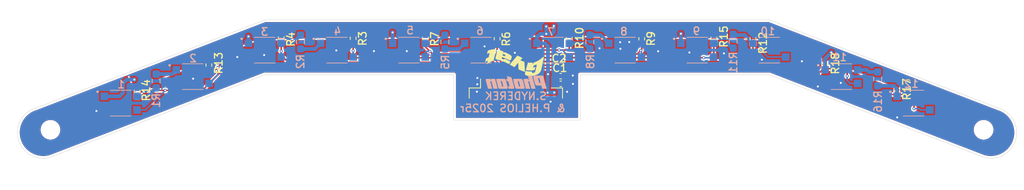
<source format=kicad_pcb>
(kicad_pcb (version 20240108) (generator "pcbnew") (generator_version "8.0")
  (layers (0 "F.Cu" signal) (31 "B.Cu" signal) (34 "B.Paste" user) (35 "F.Paste" user) (36 "B.SilkS" user "B.Silkscreen") (37 "F.SilkS" user "F.Silkscreen") (38 "B.Mask" user) (39 "F.Mask" user) (44 "Edge.Cuts" user))
  (net 0 "")
  (net 1 "+5V")
  (net 2 "GND")
  (net 3 "Sensor10")
  (net 4 "+3.3V")
  (net 5 "Sensor9")
  (net 6 "Sensor5")
  (net 7 "Sensor4")
  (net 8 "Sensor11")
  (net 9 "Sensor3")
  (net 10 "Sensor7")
  (net 11 "Sensor12")
  (net 12 "Sensor2")
  (net 13 "Sensor6")
  (net 14 "Sensor1")
  (net 15 "Sensor8")
  (net 16 "Net-(R1-Pad2)")
  (net 17 "Net-(R1-Pad1)")
  (net 18 "Net-(R2-Pad1)")
  (net 19 "Net-(R2-Pad2)")
  (net 20 "Net-(R5-Pad2)")
  (net 21 "Net-(R5-Pad1)")
  (net 22 "Net-(R8-Pad1)")
  (net 23 "Net-(R8-Pad2)")
  (net 24 "Net-(R11-Pad1)")
  (net 25 "Net-(R11-Pad2)")
  (net 26 "Net-(R16-Pad2)")
  (net 27 "Net-(R16-Pad1)")
  (footprint "Connector_FFC-FPC:Hirose_FH12-18S-0.5SH_1x18-1MP_P0.50mm_Horizontal" (layer "F.Cu") (at 133 72.8)
    (property "Reference" "J1" (hide yes))
    (property "Value" "Conn_01x18" (hide yes))
    (pad "1" smd rect (at -4.25 -1.85) (size 0.3 1.3) (layers "F.Cu" "F.Paste" "F.Mask") (net 2 "GND"))
    (pad "2" smd rect (at -3.75 -1.85) (size 0.3 1.3) (layers "F.Cu" "F.Paste" "F.Mask") (net 2 "GND"))
    (pad "3" smd rect (at -3.25 -1.85) (size 0.3 1.3) (layers "F.Cu" "F.Paste" "F.Mask") (net 14 "Sensor1"))
    (pad "4" smd rect (at -2.75 -1.85) (size 0.3 1.3) (layers "F.Cu" "F.Paste" "F.Mask") (net 12 "Sensor2"))
    (pad "5" smd rect (at -2.25 -1.85) (size 0.3 1.3) (layers "F.Cu" "F.Paste" "F.Mask") (net 9 "Sensor3"))
    (pad "6" smd rect (at -1.75 -1.85) (size 0.3 1.3) (layers "F.Cu" "F.Paste" "F.Mask") (net 7 "Sensor4"))
    (pad "7" smd rect (at -1.25 -1.85) (size 0.3 1.3) (layers "F.Cu" "F.Paste" "F.Mask") (net 6 "Sensor5"))
    (pad "8" smd rect (at -0.75 -1.85) (size 0.3 1.3) (layers "F.Cu" "F.Paste" "F.Mask") (net 13 "Sensor6"))
    (pad "9" smd rect (at -0.25 -1.85) (size 0.3 1.3) (layers "F.Cu" "F.Paste" "F.Mask") (net 10 "Sensor7"))
    (pad "10" smd rect (at 0.25 -1.85) (size 0.3 1.3) (layers "F.Cu" "F.Paste" "F.Mask") (net 15 "Sensor8"))
    (pad "11" smd rect (at 0.75 -1.85) (size 0.3 1.3) (layers "F.Cu" "F.Paste" "F.Mask") (net 5 "Sensor9"))
    (pad "12" smd rect (at 1.25 -1.85) (size 0.3 1.3) (layers "F.Cu" "F.Paste" "F.Mask") (net 3 "Sensor10"))
    (pad "13" smd rect (at 1.75 -1.85) (size 0.3 1.3) (layers "F.Cu" "F.Paste" "F.Mask") (net 8 "Sensor11"))
    (pad "14" smd rect (at 2.25 -1.85) (size 0.3 1.3) (layers "F.Cu" "F.Paste" "F.Mask") (net 11 "Sensor12"))
    (pad "15" smd rect (at 2.75 -1.85) (size 0.3 1.3) (layers "F.Cu" "F.Paste" "F.Mask") (net 1 "+5V"))
    (pad "16" smd rect (at 3.25 -1.85) (size 0.3 1.3) (layers "F.Cu" "F.Paste" "F.Mask") (net 1 "+5V"))
    (pad "17" smd rect (at 3.75 -1.85) (size 0.3 1.3) (layers "F.Cu" "F.Paste" "F.Mask") (net 4 "+3.3V"))
    (pad "18" smd rect (at 4.25 -1.85) (size 0.3 1.3) (layers "F.Cu" "F.Paste" "F.Mask") (net 4 "+3.3V"))
    (pad "MP" smd rect (at -6.15 1.4) (size 1.8 2.2) (layers "F.Cu" "F.Paste" "F.Mask") (net 2 "GND"))
    (pad "MP" smd rect (at 6.15 1.4) (size 1.8 2.2) (layers "F.Cu" "F.Paste" "F.Mask") (net 2 "GND"))
  )
  (footprint "Resistor_SMD:R_0402_1005Metric_Pad0.72x0.64mm_HandSolder" (layer "F.Cu") (at 183.21 71.76 90)
    (property "Reference" "R17" (at 0.09 1.32 90) (layer "F.SilkS") (effects (font (thickness 0.17) (bold yes))))
    (property "Value" "10K")
    (pad "1" smd roundrect (at -0.5975 0 90) (size 0.715 0.64) (layers "F.Cu" "F.Paste" "F.Mask") (net 11 "Sensor12"))
    (pad "2" smd roundrect (at 0.5975 0 90) (size 0.715 0.64) (layers "F.Cu" "F.Paste" "F.Mask") (net 4 "+3.3V"))
  )
  (footprint "Capacitor_SMD:C_0402_1005Metric_Pad0.74x0.62mm_HandSolder" (layer "F.Cu") (at 138.91 70.95)
    (property "Reference" "C1" (at -0.12 -2.08 0) (layer "F.SilkS") (effects (font (thickness 0.17) (bold yes))))
    (property "Value" "100n")
    (pad "1" smd roundrect (at -0.5675 0) (size 0.735 0.62) (layers "F.Cu" "F.Paste" "F.Mask") (net 4 "+3.3V"))
    (pad "2" smd roundrect (at 0.5675 0) (size 0.735 0.62) (layers "F.Cu" "F.Paste" "F.Mask") (net 2 "GND"))
  )
  (footprint "MountingHole:MountingHole_2.2mm_M2" (layer "F.Cu") (at 194.65 77.025)
    (property "Reference" "REF**" (hide yes))
    (property "Value" "MountingHole_2.2mm_M2" (hide yes))
    (pad "" np_thru_hole circle (at 0 0) (size 2.2 2.2) (drill 2.2) (layers "*.Cu" "*.Mask"))
  )
  (footprint "Resistor_SMD:R_0402_1005Metric_Pad0.72x0.64mm_HandSolder" (layer "F.Cu") (at 92.53 68.4675 90)
    (property "Reference" "R13" (at 0.2575 1.29 90) (layer "F.SilkS") (effects (font (thickness 0.17) (bold yes))))
    (property "Value" "10K")
    (pad "1" smd roundrect (at -0.5975 0 90) (size 0.715 0.64) (layers "F.Cu" "F.Paste" "F.Mask") (net 12 "Sensor2"))
    (pad "2" smd roundrect (at 0.5975 0 90) (size 0.715 0.64) (layers "F.Cu" "F.Paste" "F.Mask") (net 4 "+3.3V"))
  )
  (footprint "Resistor_SMD:R_0402_1005Metric_Pad0.72x0.64mm_HandSolder" (layer "F.Cu") (at 140.03 64.9725 90)
    (property "Reference" "R10" (at 0.0725 1.36 90) (layer "F.SilkS") (effects (font (thickness 0.17) (bold yes))))
    (property "Value" "10K")
    (pad "1" smd roundrect (at -0.5975 0 90) (size 0.715 0.64) (layers "F.Cu" "F.Paste" "F.Mask") (net 10 "Sensor7"))
    (pad "2" smd roundrect (at 0.5975 0 90) (size 0.715 0.64) (layers "F.Cu" "F.Paste" "F.Mask") (net 4 "+3.3V"))
  )
  (footprint "Resistor_SMD:R_0402_1005Metric_Pad0.72x0.64mm_HandSolder" (layer "F.Cu") (at 130.53 64.99 90)
    (property "Reference" "R6" (at -0.03 1.19 90) (layer "F.SilkS") (effects (font (thickness 0.17) (bold yes))))
    (property "Value" "10K")
    (pad "1" smd roundrect (at -0.5975 0 90) (size 0.715 0.64) (layers "F.Cu" "F.Paste" "F.Mask") (net 13 "Sensor6"))
    (pad "2" smd roundrect (at 0.5975 0 90) (size 0.715 0.64) (layers "F.Cu" "F.Paste" "F.Mask") (net 4 "+3.3V"))
  )
  (footprint "LOGO" (layer "F.Cu") (at 132.686511 67.981667 180)
    (property "Reference" "G***" (hide yes))
    (property "Value" "LOGO" (hide yes))
  )
  (footprint "Resistor_SMD:R_0402_1005Metric_Pad0.72x0.64mm_HandSolder" (layer "F.Cu") (at 159.09 64.9375 90)
    (property "Reference" "R15" (at 0.2275 1.32 90) (layer "F.SilkS") (effects (font (thickness 0.17) (bold yes))))
    (property "Value" "10K")
    (pad "1" smd roundrect (at -0.5975 0 90) (size 0.715 0.64) (layers "F.Cu" "F.Paste" "F.Mask") (net 5 "Sensor9"))
    (pad "2" smd roundrect (at 0.5975 0 90) (size 0.715 0.64) (layers "F.Cu" "F.Paste" "F.Mask") (net 4 "+3.3V"))
  )
  (footprint "Resistor_SMD:R_0402_1005Metric_Pad0.72x0.64mm_HandSolder" (layer "F.Cu") (at 173.7 68.3575 90)
    (property "Reference" "R18" (at 0.1075 1.4 90) (layer "F.SilkS") (effects (font (thickness 0.17) (bold yes))))
    (property "Value" "10K")
    (pad "1" smd roundrect (at -0.5975 0 90) (size 0.715 0.64) (layers "F.Cu" "F.Paste" "F.Mask") (net 8 "Sensor11"))
    (pad "2" smd roundrect (at 0.5975 0 90) (size 0.715 0.64) (layers "F.Cu" "F.Paste" "F.Mask") (net 4 "+3.3V"))
  )
  (footprint "Resistor_SMD:R_0402_1005Metric_Pad0.72x0.64mm_HandSolder" (layer "F.Cu") (at 102.07 64.8975 90)
    (property "Reference" "R4" (at -0.1725 1.27 90) (layer "F.SilkS") (effects (font (thickness 0.17) (bold yes))))
    (property "Value" "10K")
    (pad "1" smd roundrect (at -0.5975 0 90) (size 0.715 0.64) (layers "F.Cu" "F.Paste" "F.Mask") (net 9 "Sensor3"))
    (pad "2" smd roundrect (at 0.5975 0 90) (size 0.715 0.64) (layers "F.Cu" "F.Paste" "F.Mask") (net 4 "+3.3V"))
  )
  (footprint "Resistor_SMD:R_0402_1005Metric_Pad0.72x0.64mm_HandSolder" (layer "F.Cu") (at 83.07 71.9625 90)
    (property "Reference" "R14" (at 0.1625 1.2 90) (layer "F.SilkS") (effects (font (thickness 0.17) (bold yes))))
    (property "Value" "10K")
    (pad "1" smd roundrect (at -0.5975 0 90) (size 0.715 0.64) (layers "F.Cu" "F.Paste" "F.Mask") (net 14 "Sensor1"))
    (pad "2" smd roundrect (at 0.5975 0 90) (size 0.715 0.64) (layers "F.Cu" "F.Paste" "F.Mask") (net 4 "+3.3V"))
  )
  (footprint "Capacitor_SMD:C_0402_1005Metric_Pad0.74x0.62mm_HandSolder" (layer "F.Cu") (at 138.9 69.94)
    (property "Reference" "C2" (at -0.21 -2.35 0) (layer "F.SilkS") (effects (font (thickness 0.17) (bold yes))))
    (property "Value" "100n")
    (pad "1" smd roundrect (at -0.5675 0) (size 0.735 0.62) (layers "F.Cu" "F.Paste" "F.Mask") (net 4 "+3.3V"))
    (pad "2" smd roundrect (at 0.5675 0) (size 0.735 0.62) (layers "F.Cu" "F.Paste" "F.Mask") (net 2 "GND"))
  )
  (footprint "Resistor_SMD:R_0402_1005Metric_Pad0.72x0.64mm_HandSolder" (layer "F.Cu") (at 149.59 64.9975 90)
    (property "Reference" "R9" (at 0.02 1.22 90) (layer "F.SilkS") (effects (font (thickness 0.17) (bold yes))))
    (property "Value" "10K")
    (pad "1" smd roundrect (at -0.5975 0 90) (size 0.715 0.64) (layers "F.Cu" "F.Paste" "F.Mask") (net 15 "Sensor8"))
    (pad "2" smd roundrect (at 0.5975 0 90) (size 0.715 0.64) (layers "F.Cu" "F.Paste" "F.Mask") (net 4 "+3.3V"))
  )
  (footprint "Resistor_SMD:R_0402_1005Metric_Pad0.72x0.64mm_HandSolder" (layer "F.Cu") (at 111.55 64.93 90)
    (property "Reference" "R3" (at -0.03 1.25 90) (layer "F.SilkS") (effects (font (thickness 0.17) (bold yes))))
    (property "Value" "10K")
    (pad "1" smd roundrect (at -0.5975 0 90) (size 0.715 0.64) (layers "F.Cu" "F.Paste" "F.Mask") (net 7 "Sensor4"))
    (pad "2" smd roundrect (at 0.5975 0 90) (size 0.715 0.64) (layers "F.Cu" "F.Paste" "F.Mask") (net 4 "+3.3V"))
  )
  (footprint "MountingHole:MountingHole_2.2mm_M2" (layer "F.Cu") (at 71.65 77.025)
    (property "Reference" "REF**" (hide yes))
    (property "Value" "MountingHole_2.2mm_M2" (hide yes))
    (pad "" np_thru_hole circle (at 0 0) (size 2.2 2.2) (drill 2.2) (layers "*.Cu" "*.Mask"))
  )
  (footprint "Resistor_SMD:R_0402_1005Metric_Pad0.72x0.64mm_HandSolder" (layer "F.Cu") (at 121.08 64.9525 90)
    (property "Reference" "R7" (at -0.0675 1.22 90) (layer "F.SilkS") (effects (font (thickness 0.17) (bold yes))))
    (property "Value" "10K")
    (pad "1" smd roundrect (at -0.5975 0 90) (size 0.715 0.64) (layers "F.Cu" "F.Paste" "F.Mask") (net 6 "Sensor5"))
    (pad "2" smd roundrect (at 0.5975 0 90) (size 0.715 0.64) (layers "F.Cu" "F.Paste" "F.Mask") (net 4 "+3.3V"))
  )
  (footprint "Resistor_SMD:R_0402_1005Metric_Pad0.72x0.64mm_HandSolder" (layer "F.Cu") (at 164.25 64.99 90)
    (property "Reference" "R12" (at -0.55 1.32 90) (layer "F.SilkS") (effects (font (thickness 0.17) (bold yes))))
    (property "Value" "10K")
    (pad "1" smd roundrect (at -0.5975 0 90) (size 0.715 0.64) (layers "F.Cu" "F.Paste" "F.Mask") (net 3 "Sensor10"))
    (pad "2" smd roundrect (at 0.5975 0 90) (size 0.715 0.64) (layers "F.Cu" "F.Paste" "F.Mask") (net 4 "+3.3V"))
  )
  (footprint "Resistor_SMD:R_0603_1608Metric_Pad0.98x0.95mm_HandSolder" (layer "B.Cu") (at 142.75 65.4125 90)
    (property "Reference" "R8" (at -2.5975 0.07 90) (layer "B.SilkS") (effects (font (thickness 0.17) (bold yes)) (justify mirror)))
    (property "Value" "47R")
    (pad "1" smd roundrect (at -0.9125 0 90) (size 0.975 0.95) (layers "B.Cu" "B.Paste" "B.Mask") (net 22 "Net-(R8-Pad1)"))
    (pad "2" smd roundrect (at 0.9125 0 90) (size 0.975 0.95) (layers "B.Cu" "B.Paste" "B.Mask") (net 23 "Net-(R8-Pad2)"))
  )
  (footprint "SensorOptical:KTIR0711S" (layer "B.Cu") (at 147.399998 66.5)
    (property "Reference" "U8" (hide yes))
    (property "Value" "~")
    (pad "1" smd rect (at -2.15 -0.9 270) (size 1 1) (layers "B.Cu" "B.Paste" "B.Mask") (net 23 "Net-(R8-Pad2)"))
    (pad "2" smd rect (at -2.15 0.9 270) (size 1 1) (layers "B.Cu" "B.Paste" "B.Mask") (net 2 "GND"))
    (pad "3" smd rect (at 2.15 0.9 270) (size 1 1) (layers "B.Cu" "B.Paste" "B.Mask") (net 15 "Sensor8"))
    (pad "4" smd rect (at 2.15 -0.9 270) (size 1 1) (layers "B.Cu" "B.Paste" "B.Mask") (net 2 "GND"))
  )
  (footprint "SensorOptical:KTIR0711S" (layer "B.Cu") (at 175.899998 70)
    (property "Reference" "U11" (hide yes))
    (property "Value" "~" (hide yes))
    (pad "1" smd rect (at -2.15 -0.9 270) (size 1 1) (layers "B.Cu" "B.Paste" "B.Mask") (net 4 "+3.3V"))
    (pad "2" smd rect (at -2.15 0.9 270) (size 1 1) (layers "B.Cu" "B.Paste" "B.Mask") (net 2 "GND"))
    (pad "3" smd rect (at 2.15 0.9 270) (size 1 1) (layers "B.Cu" "B.Paste" "B.Mask") (net 8 "Sensor11"))
    (pad "4" smd rect (at 2.15 -0.9 270) (size 1 1) (layers "B.Cu" "B.Paste" "B.Mask") (net 27 "Net-(R16-Pad1)"))
  )
  (footprint "SensorOptical:KTIR0711S" (layer "B.Cu") (at 99.899998 66.5)
    (property "Reference" "U3" (hide yes))
    (property "Value" "~")
    (pad "1" smd rect (at -2.15 -0.9 270) (size 1 1) (layers "B.Cu" "B.Paste" "B.Mask") (net 4 "+3.3V"))
    (pad "2" smd rect (at -2.15 0.9 270) (size 1 1) (layers "B.Cu" "B.Paste" "B.Mask") (net 2 "GND"))
    (pad "3" smd rect (at 2.15 0.9 270) (size 1 1) (layers "B.Cu" "B.Paste" "B.Mask") (net 9 "Sensor3"))
    (pad "4" smd rect (at 2.15 -0.9 270) (size 1 1) (layers "B.Cu" "B.Paste" "B.Mask") (net 18 "Net-(R2-Pad1)"))
  )
  (footprint "SensorOptical:KTIR0711S" (layer "B.Cu") (at 185.399998 73.5)
    (property "Reference" "U12" (hide yes))
    (property "Value" "~" (hide yes))
    (pad "1" smd rect (at -2.15 -0.9 270) (size 1 1) (layers "B.Cu" "B.Paste" "B.Mask") (net 26 "Net-(R16-Pad2)"))
    (pad "2" smd rect (at -2.15 0.9 270) (size 1 1) (layers "B.Cu" "B.Paste" "B.Mask") (net 2 "GND"))
    (pad "3" smd rect (at 2.15 0.9 270) (size 1 1) (layers "B.Cu" "B.Paste" "B.Mask") (net 11 "Sensor12"))
    (pad "4" smd rect (at 2.15 -0.9 270) (size 1 1) (layers "B.Cu" "B.Paste" "B.Mask") (net 2 "GND"))
  )
  (footprint "SensorOptical:KTIR0711S" (layer "B.Cu") (at 90.399998 70)
    (property "Reference" "U2" (hide yes))
    (property "Value" "~")
    (pad "1" smd rect (at -2.15 -0.9 270) (size 1 1) (layers "B.Cu" "B.Paste" "B.Mask") (net 16 "Net-(R1-Pad2)"))
    (pad "2" smd rect (at -2.15 0.9 270) (size 1 1) (layers "B.Cu" "B.Paste" "B.Mask") (net 2 "GND"))
    (pad "3" smd rect (at 2.15 0.9 270) (size 1 1) (layers "B.Cu" "B.Paste" "B.Mask") (net 12 "Sensor2"))
    (pad "4" smd rect (at 2.15 -0.9 270) (size 1 1) (layers "B.Cu" "B.Paste" "B.Mask") (net 2 "GND"))
  )
  (footprint "Resistor_SMD:R_0603_1608Metric_Pad0.98x0.95mm_HandSolder" (layer "B.Cu") (at 123.64 65.43 -90)
    (property "Reference" "R5" (at 2.66 -0.06 90) (layer "B.SilkS") (effects (font (thickness 0.17) (bold yes)) (justify mirror)))
    (property "Value" "47R")
    (pad "1" smd roundrect (at -0.9125 0 270) (size 0.975 0.95) (layers "B.Cu" "B.Paste" "B.Mask") (net 21 "Net-(R5-Pad1)"))
    (pad "2" smd roundrect (at 0.9125 0 270) (size 0.975 0.95) (layers "B.Cu" "B.Paste" "B.Mask") (net 20 "Net-(R5-Pad2)"))
  )
  (footprint "SensorOptical:KTIR0711S" (layer "B.Cu") (at 80.899998 73.5)
    (property "Reference" "U1" (hide yes))
    (property "Value" "~")
    (pad "1" smd rect (at -2.15 -0.9 270) (size 1 1) (layers "B.Cu" "B.Paste" "B.Mask") (net 4 "+3.3V"))
    (pad "2" smd rect (at -2.15 0.9 270) (size 1 1) (layers "B.Cu" "B.Paste" "B.Mask") (net 2 "GND"))
    (pad "3" smd rect (at 2.15 0.9 270) (size 1 1) (layers "B.Cu" "B.Paste" "B.Mask") (net 14 "Sensor1"))
    (pad "4" smd rect (at 2.15 -0.9 270) (size 1 1) (layers "B.Cu" "B.Paste" "B.Mask") (net 17 "Net-(R1-Pad1)"))
  )
  (footprint "Resistor_SMD:R_0603_1608Metric_Pad0.98x0.95mm_HandSolder" (layer "B.Cu") (at 161.64 65.32 90)
    (property "Reference" "R11" (at -2.82 0.02 90) (layer "B.SilkS") (effects (font (thickness 0.17) (bold yes)) (justify mirror)))
    (property "Value" "47R")
    (pad "1" smd roundrect (at -0.9125 0 90) (size 0.975 0.95) (layers "B.Cu" "B.Paste" "B.Mask") (net 24 "Net-(R11-Pad1)"))
    (pad "2" smd roundrect (at 0.9125 0 90) (size 0.975 0.95) (layers "B.Cu" "B.Paste" "B.Mask") (net 25 "Net-(R11-Pad2)"))
  )
  (footprint "SensorOptical:KTIR0711S" (layer "B.Cu") (at 137.899998 66.5)
    (property "Reference" "U7" (hide yes))
    (property "Value" "~")
    (pad "1" smd rect (at -2.15 -0.9 270) (size 1 1) (layers "B.Cu" "B.Paste" "B.Mask") (net 4 "+3.3V"))
    (pad "2" smd rect (at -2.15 0.9 270) (size 1 1) (layers "B.Cu" "B.Paste" "B.Mask") (net 2 "GND"))
    (pad "3" smd rect (at 2.15 0.9 270) (size 1 1) (layers "B.Cu" "B.Paste" "B.Mask") (net 10 "Sensor7"))
    (pad "4" smd rect (at 2.15 -0.9 270) (size 1 1) (layers "B.Cu" "B.Paste" "B.Mask") (net 22 "Net-(R8-Pad1)"))
  )
  (footprint "Resistor_SMD:R_0603_1608Metric_Pad0.98x0.95mm_HandSolder" (layer "B.Cu") (at 180.69 70.3 -90)
    (property "Reference" "R16" (at 2.99 -0.04 90) (layer "B.SilkS") (effects (font (thickness 0.17) (bold yes)) (justify mirror)))
    (property "Value" "47R" (hide yes))
    (pad "1" smd roundrect (at -0.9125 0 270) (size 0.975 0.95) (layers "B.Cu" "B.Paste" "B.Mask") (net 27 "Net-(R16-Pad1)"))
    (pad "2" smd roundrect (at 0.9125 0 270) (size 0.975 0.95) (layers "B.Cu" "B.Paste" "B.Mask") (net 26 "Net-(R16-Pad2)"))
  )
  (footprint "LOGO" (layer "B.Cu") (at 133.044208 70.632061 180)
    (property "Reference" "G***" (hide yes))
    (property "Value" "LOGO" (hide yes))
  )
  (footprint "Resistor_SMD:R_0603_1608Metric_Pad0.98x0.95mm_HandSolder" (layer "B.Cu") (at 104.6 65.43 -90)
    (property "Reference" "R2" (at 2.5875 0 90) (layer "B.SilkS") (effects (font (thickness 0.17) (bold yes)) (justify mirror)))
    (property "Value" "47R")
    (pad "1" smd roundrect (at -0.9125 0 270) (size 0.975 0.95) (layers "B.Cu" "B.Paste" "B.Mask") (net 18 "Net-(R2-Pad1)"))
    (pad "2" smd roundrect (at 0.9125 0 270) (size 0.975 0.95) (layers "B.Cu" "B.Paste" "B.Mask") (net 19 "Net-(R2-Pad2)"))
  )
  (footprint "SensorOptical:KTIR0711S" (layer "B.Cu") (at 166.399998 66.5)
    (property "Reference" "U10" (hide yes))
    (property "Value" "~")
    (pad "1" smd rect (at -2.15 -0.9 270) (size 1 1) (layers "B.Cu" "B.Paste" "B.Mask") (net 25 "Net-(R11-Pad2)"))
    (pad "2" smd rect (at -2.15 0.9 270) (size 1 1) (layers "B.Cu" "B.Paste" "B.Mask") (net 2 "GND"))
    (pad "3" smd rect (at 2.15 0.9 270) (size 1 1) (layers "B.Cu" "B.Paste" "B.Mask") (net 3 "Sensor10"))
    (pad "4" smd rect (at 2.15 -0.9 270) (size 1 1) (layers "B.Cu" "B.Paste" "B.Mask") (net 2 "GND"))
  )
  (footprint "SensorOptical:KTIR0711S" (layer "B.Cu") (at 109.399998 66.5)
    (property "Reference" "U4" (hide yes))
    (property "Value" "~")
    (pad "1" smd rect (at -2.15 -0.9 270) (size 1 1) (layers "B.Cu" "B.Paste" "B.Mask") (net 19 "Net-(R2-Pad2)"))
    (pad "2" smd rect (at -2.15 0.9 270) (size 1 1) (layers "B.Cu" "B.Paste" "B.Mask") (net 2 "GND"))
    (pad "3" smd rect (at 2.15 0.9 270) (size 1 1) (layers "B.Cu" "B.Paste" "B.Mask") (net 7 "Sensor4"))
    (pad "4" smd rect (at 2.15 -0.9 270) (size 1 1) (layers "B.Cu" "B.Paste" "B.Mask") (net 2 "GND"))
  )
  (footprint "Resistor_SMD:R_0603_1608Metric_Pad0.98x0.95mm_HandSolder" (layer "B.Cu") (at 85.58 70.5725 90)
    (property "Reference" "R1" (at -2.5875 0 90) (layer "B.SilkS") (effects (font (thickness 0.17) (bold yes)) (justify mirror)))
    (property "Value" "47R")
    (pad "1" smd roundrect (at -0.9125 0 90) (size 0.975 0.95) (layers "B.Cu" "B.Paste" "B.Mask") (net 17 "Net-(R1-Pad1)"))
    (pad "2" smd roundrect (at 0.9125 0 90) (size 0.975 0.95) (layers "B.Cu" "B.Paste" "B.Mask") (net 16 "Net-(R1-Pad2)"))
  )
  (footprint "SensorOptical:KTIR0711S" (layer "B.Cu") (at 118.899998 66.5)
    (property "Reference" "U5" (hide yes))
    (property "Value" "~")
    (pad "1" smd rect (at -2.15 -0.9 270) (size 1 1) (layers "B.Cu" "B.Paste" "B.Mask") (net 4 "+3.3V"))
    (pad "2" smd rect (at -2.15 0.9 270) (size 1 1) (layers "B.Cu" "B.Paste" "B.Mask") (net 2 "GND"))
    (pad "3" smd rect (at 2.15 0.9 270) (size 1 1) (layers "B.Cu" "B.Paste" "B.Mask") (net 6 "Sensor5"))
    (pad "4" smd rect (at 2.15 -0.9 270) (size 1 1) (layers "B.Cu" "B.Paste" "B.Mask") (net 21 "Net-(R5-Pad1)"))
  )
  (footprint "SensorOptical:KTIR0711S" (layer "B.Cu") (at 156.899998 66.5)
    (property "Reference" "U9" (hide yes))
    (property "Value" "~")
    (pad "1" smd rect (at -2.15 -0.9 270) (size 1 1) (layers "B.Cu" "B.Paste" "B.Mask") (net 4 "+3.3V"))
    (pad "2" smd rect (at -2.15 0.9 270) (size 1 1) (layers "B.Cu" "B.Paste" "B.Mask") (net 2 "GND"))
    (pad "3" smd rect (at 2.15 0.9 270) (size 1 1) (layers "B.Cu" "B.Paste" "B.Mask") (net 5 "Sensor9"))
    (pad "4" smd rect (at 2.15 -0.9 270) (size 1 1) (layers "B.Cu" "B.Paste" "B.Mask") (net 24 "Net-(R11-Pad1)"))
  )
  (footprint "SensorOptical:KTIR0711S" (layer "B.Cu") (at 128.399998 66.5)
    (property "Reference" "U6" (hide yes))
    (property "Value" "~")
    (pad "1" smd rect (at -2.15 -0.9 270) (size 1 1) (layers "B.Cu" "B.Paste" "B.Mask") (net 20 "Net-(R5-Pad2)"))
    (pad "2" smd rect (at -2.15 0.9 270) (size 1 1) (layers "B.Cu" "B.Paste" "B.Mask") (net 2 "GND"))
    (pad "3" smd rect (at 2.15 0.9 270) (size 1 1) (layers "B.Cu" "B.Paste" "B.Mask") (net 13 "Sensor6"))
    (pad "4" smd rect (at 2.15 -0.9 270) (size 1 1) (layers "B.Cu" "B.Paste" "B.Mask") (net 2 "GND"))
  )
  (gr_line (start 71.65 80.65) (end 99.9 69.75) (stroke (width 0.05)) (layer "Edge.Cuts"))
  (gr_line (start 71.65 73.4) (end 99.9 62.5) (stroke (width 0.05)) (layer "Edge.Cuts"))
  (gr_line (start 166.4 62.5) (end 133.15 62.5) (stroke (width 0.05)) (layer "Edge.Cuts"))
  (gr_line (start 194.65 80.65) (end 166.4 69.75) (stroke (width 0.05)) (layer "Edge.Cuts"))
  (gr_line (start 141.5 75.75) (end 124.8 75.75) (stroke (width 0.05)) (layer "Edge.Cuts"))
  (gr_line (start 166.4 69.75) (end 141.5 69.75) (stroke (width 0.05)) (layer "Edge.Cuts"))
  (gr_line (start 194.65 73.4) (end 166.4 62.5) (stroke (width 0.05)) (layer "Edge.Cuts"))
  (gr_arc (start 196.550702 74.129612) (mid 198.860544 78.340156) (end 194.65 80.649999) (stroke (width 0.05)) (layer "Edge.Cuts"))
  (gr_line (start 99.9 69.75) (end 124.8 69.75) (stroke (width 0.05)) (layer "Edge.Cuts"))
  (gr_line (start 124.8 69.75) (end 124.8 75.75) (stroke (width 0.05)) (layer "Edge.Cuts"))
  (gr_line (start 71.65 73.4) (end 69.749298 74.129611) (stroke (width 0.05)) (layer "Edge.Cuts"))
  (gr_line (start 99.9 62.5) (end 133.15 62.5) (stroke (width 0.05)) (layer "Edge.Cuts"))
  (gr_line (start 141.5 69.75) (end 141.5 75.75) (stroke (width 0.05)) (layer "Edge.Cuts"))
  (gr_line (start 194.65 73.4) (end 196.550702 74.129611) (stroke (width 0.05)) (layer "Edge.Cuts"))
  (gr_arc (start 71.65 80.649999) (mid 67.439456 78.340157) (end 69.749298 74.129612) (stroke (width 0.05)) (layer "Edge.Cuts"))
  (gr_text "9" (at 156.8 63.98 0) (layer "B.SilkS") (effects (font (size 1 1) (thickness 0.17) (bold yes)) (justify mirror)))
  (gr_text "3" (at 99.87 64.08 0) (layer "B.SilkS") (effects (font (size 1 1) (thickness 0.17) (bold yes)) (justify mirror)))
  (gr_text "S.NYDEREK \n& P.HELIOS 2025r" (at 132.6 73.38 0) (layer "B.SilkS") (effects (font (size 1 1) (thickness 0.17) (bold yes)) (justify mirror)))
  (gr_text "12" (at 185.12 70.96 0) (layer "B.SilkS") (effects (font (size 1 1) (thickness 0.17) (bold yes)) (justify mirror)))
  (gr_text "10" (at 166.21 64.01 0) (layer "B.SilkS") (effects (font (size 1 1) (thickness 0.17) (bold yes)) (justify mirror)))
  (gr_text "6" (at 128.26 63.96 0) (layer "B.SilkS") (effects (font (size 1 1) (thickness 0.17) (bold yes)) (justify mirror)))
  (gr_text "8" (at 147.23 64.03 0) (layer "B.SilkS") (effects (font (size 1 1) (thickness 0.17) (bold yes)) (justify mirror)))
  (gr_text "5" (at 119.05 63.9 0) (layer "B.SilkS") (effects (font (size 1 1) (thickness 0.17) (bold yes)) (justify mirror)))
  (gr_text "11" (at 175.67 67.44 0) (layer "B.SilkS") (effects (font (size 1 1) (thickness 0.17) (bold yes)) (justify mirror)))
  (gr_text "4" (at 109.48 64.02 0) (layer "B.SilkS") (effects (font (size 1 1) (thickness 0.17) (bold yes)) (justify mirror)))
  (gr_text "7" (at 137.65 64.1 0) (layer "B.SilkS") (effects (font (size 1 1) (thickness 0.17) (bold yes)) (justify mirror)))
  (gr_text "2" (at 90.44 67.59 0) (layer "B.SilkS") (effects (font (size 1 1) (thickness 0.17) (bold yes)) (justify mirror)))
  (gr_text "1" (at 80.96 71.04 0) (layer "B.SilkS") (effects (font (size 1 1) (thickness 0.17) (bold yes)) (justify mirror)))
  (segment (start 135.75 70.95) (end 136.25 70.95) (width 0.2) (layer "F.Cu") (net 1))
  (via (at 139.75 72) (size 0.6) (drill 0.26) (layers "F.Cu" "B.Cu") (net 2))
  (via (at 146.75 65.45) (size 0.6) (drill 0.26) (layers "F.Cu" "B.Cu") (net 2))
  (via (at 99.82 67.15) (size 0.6) (drill 0.26) (layers "F.Cu" "B.Cu") (net 2))
  (via (at 146.78 66.32) (size 0.6) (drill 0.26) (layers "F.Cu" "B.Cu") (net 2))
  (via (at 109.33 66.54) (size 0.6) (drill 0.26) (layers "F.Cu" "B.Cu") (net 2))
  (via (at 90.46 70.27) (size 0.6) (drill 0.26) (layers "F.Cu" "B.Cu") (net 2))
  (via (at 77.71 74.54) (size 0.6) (drill 0.26) (layers "F.Cu" "B.Cu") (net 2))
  (via (at 160.42 66.93) (size 0.6) (drill 0.26) (layers "F.Cu" "B.Cu") (net 2))
  (via (at 175.83 70.83) (size 0.6) (drill 0.26) (layers "F.Cu" "B.Cu") (net 2))
  (via (at 114.29 66.63) (size 0.6) (drill 0.26) (layers "F.Cu" "B.Cu") (net 2))
  (via (at 151.75 66.65) (size 0.6) (drill 0.26) (layers "F.Cu" "B.Cu") (net 2))
  (via (at 118.62 66.63) (size 0.6) (drill 0.26) (layers "F.Cu" "B.Cu") (net 2))
  (via (at 147.94 65.43) (size 0.6) (drill 0.26) (layers "F.Cu" "B.Cu") (net 2))
  (via (at 128.87 66) (size 0.6) (drill 0.26) (layers "F.Cu" "B.Cu") (net 2))
  (via (at 165.42 67.76) (size 0.6) (drill 0.26) (layers "F.Cu" "B.Cu") (net 2))
  (via (at 140.52 70.96) (size 0.6) (drill 0.26) (layers "F.Cu" "B.Cu") (net 2))
  (via (at 127.91 71.01) (size 0.6) (drill 0.26) (layers "F.Cu" "B.Cu") (net 2))
  (via (at 137.57 73.31) (size 0.6) (drill 0.26) (layers "F.Cu" "B.Cu") (net 2))
  (via (at 170.7 67.97) (size 0.6) (drill 0.26) (layers "F.Cu" "B.Cu") (net 2))
  (via (at 183.26 75.39) (size 0.6) (drill 0.26) (layers "F.Cu" "B.Cu") (net 2))
  (via (at 132.86 66.85) (size 0.6) (drill 0.26) (layers "F.Cu" "B.Cu") (net 2))
  (via (at 127.92 70.18) (size 0.6) (drill 0.26) (layers "F.Cu" "B.Cu") (net 2))
  (via (at 127.86 71.99) (size 0.6) (drill 0.26) (layers "F.Cu" "B.Cu") (net 2))
  (via (at 172.8 71.3) (size 0.6) (drill 0.26) (layers "F.Cu" "B.Cu") (net 2))
  (via (at 140.5 69.86) (size 0.6) (drill 0.26) (layers "F.Cu" "B.Cu") (net 2))
  (via (at 144.02 66.26) (size 0.6) (drill 0.26) (layers "F.Cu" "B.Cu") (net 2))
  (via (at 155.87 66.81) (size 0.6) (drill 0.26) (layers "F.Cu" "B.Cu") (net 2))
  (via (at 96.28 67.41) (size 0.6) (drill 0.26) (layers "F.Cu" "B.Cu") (net 2))
  (segment (start 164.25 66.75) (end 164.25 65.5875) (width 0.2) (layer "F.Cu") (net 3))
  (segment (start 134.25 70.95) (end 134.25 69.918628) (width 0.2) (layer "F.Cu") (net 3))
  (segment (start 136.168628 68) (end 163 68) (width 0.2) (layer "F.Cu") (net 3))
  (segment (start 165.17 66.59) (end 164.82 66.59) (width 0.2) (layer "F.Cu") (net 3))
  (segment (start 165.28 66.48) (end 165.17 66.59) (width 0.2) (layer "F.Cu") (net 3))
  (segment (start 164.82 66.59) (end 164.66 66.75) (width 0.2) (layer "F.Cu") (net 3))
  (segment (start 164.66 66.75) (end 164.25 66.75) (width 0.2) (layer "F.Cu") (net 3))
  (segment (start 134.25 69.918628) (end 136.168628 68) (width 0.2) (layer "F.Cu") (net 3))
  (segment (start 163 68) (end 164.25 66.75) (width 0.2) (layer "F.Cu") (net 3))
  (via (at 165.28 66.48) (size 0.4) (drill 0.2) (layers "F.Cu" "B.Cu") (net 3))
  (segment (start 166.2 67.4) (end 168.549998 67.4) (width 0.2) (layer "B.Cu") (net 3))
  (segment (start 165.28 66.48) (end 166.2 67.4) (width 0.2) (layer "B.Cu") (net 3))
  (via (at 137 64.349998) (size 0.6) (drill 0.26) (layers "F.Cu" "B.Cu") (net 4))
  (via (at 137.23 69.68) (size 0.6) (drill 0.26) (layers "F.Cu" "B.Cu") (net 4))
  (via (at 138 63.31) (size 0.6) (drill 0.26) (layers "F.Cu" "B.Cu") (net 4))
  (via (at 82.71 70.39) (size 0.6) (drill 0.26) (layers "F.Cu" "B.Cu") (net 4))
  (via (at 116.749998 64.160002) (size 0.6) (drill 0.26) (layers "F.Cu" "B.Cu") (net 4))
  (via (at 137 63.37) (size 0.6) (drill 0.26) (layers "F.Cu" "B.Cu") (net 4))
  (via (at 97.749998 64.689998) (size 0.6) (drill 0.26) (layers "F.Cu" "B.Cu") (net 4))
  (via (at 138.06 72.1) (size 0.6) (drill 0.26) (layers "F.Cu" "B.Cu") (net 4))
  (via (at 137.18 72.11) (size 0.6) (drill 0.26) (layers "F.Cu" "B.Cu") (net 4))
  (via (at 174.57 66.81) (size 0.6) (drill 0.26) (layers "F.Cu" "B.Cu") (net 4))
  (via (at 154.749998 64.330002) (size 0.6) (drill 0.26) (layers "F.Cu" "B.Cu") (net 4))
  (segment (start 137.23 65.97) (end 136.86 65.6) (width 0.5) (layer "B.Cu") (net 4))
  (segment (start 137 64.349998) (end 136.190002 64.349998) (width 0.5) (layer "B.Cu") (net 4))
  (segment (start 81.23 70.855315) (end 81.23 72.12) (width 0.5) (layer "B.Cu") (net 4))
  (segment (start 137.18 72.11) (end 137.18 69.73) (width 0.5) (layer "B.Cu") (net 4))
  (segment (start 81.695315 70.39) (end 81.23 70.855315) (width 0.5) (layer "B.Cu") (net 4))
  (segment (start 82.71 70.39) (end 81.695315 70.39) (width 0.5) (layer "B.Cu") (net 4))
  (segment (start 136.86 65.6) (end 135.749998 65.6) (width 0.5) (layer "B.Cu") (net 4))
  (segment (start 116.749998 64.160002) (end 116.749998 65.6) (width 0.5) (layer "B.Cu") (net 4))
  (segment (start 173.749998 67.630002) (end 174.57 66.81) (width 0.5) (layer "B.Cu") (net 4))
  (segment (start 137.19 72.1) (end 137.18 72.11) (width 0.5) (layer "B.Cu") (net 4))
  (segment (start 138 64.1) (end 138 63.31) (width 0.5) (layer "B.Cu") (net 4))
  (segment (start 137.18 69.73) (end 137.23 69.68) (width 0.5) (layer "B.Cu") (net 4))
  (segment (start 97.749998 64.689998) (end 97.749998 65.6) (width 0.5) (layer "B.Cu") (net 4))
  (segment (start 154.749998 64.330002) (end 154.749998 65.6) (width 0.5) (layer "B.Cu") (net 4))
  (segment (start 137 64.349998) (end 137 63.37) (width 0.5) (layer "B.Cu") (net 4))
  (segment (start 135.749998 64.790002) (end 135.749998 65.6) (width 0.5) (layer "B.Cu") (net 4))
  (segment (start 138.06 72.1) (end 137.19 72.1) (width 0.5) (layer "B.Cu") (net 4))
  (segment (start 136.190002 64.349998) (end 135.749998 64.790002) (width 0.5) (layer "B.Cu") (net 4))
  (segment (start 137.23 69.68) (end 137.23 65.97) (width 0.5) (layer "B.Cu") (net 4))
  (segment (start 80.75 72.6) (end 78.749998 72.6) (width 0.5) (layer "B.Cu") (net 4))
  (segment (start 173.749998 69.1) (end 173.749998 67.630002) (width 0.5) (layer "B.Cu") (net 4))
  (segment (start 137.750002 64.349998) (end 138 64.1) (width 0.5) (layer "B.Cu") (net 4))
  (segment (start 137 64.349998) (end 137.750002 64.349998) (width 0.5) (layer "B.Cu") (net 4))
  (segment (start 81.23 72.12) (end 80.75 72.6) (width 0.5) (layer "B.Cu") (net 4))
  (segment (start 158.5 67.5) (end 159.09 66.91) (width 0.2) (layer "F.Cu") (net 5))
  (segment (start 133.75 70.95) (end 133.75 69.852942) (width 0.2) (layer "F.Cu") (net 5))
  (segment (start 157.75 67.5) (end 158.5 67.5) (width 0.2) (layer "F.Cu") (net 5))
  (segment (start 133.75 69.852942) (end 136.102942 67.5) (width 0.2) (layer "F.Cu") (net 5))
  (segment (start 136.102942 67.5) (end 157.75 67.5) (width 0.2) (layer "F.Cu") (net 5))
  (segment (start 159.09 66.91) (end 159.09 65.535) (width 0.2) (layer "F.Cu") (net 5))
  (via (at 157.75 67.5) (size 0.4) (drill 0.2) (layers "F.Cu" "B.Cu") (net 5))
  (segment (start 158.949998 67.5) (end 157.75 67.5) (width 0.2) (layer "B.Cu") (net 5))
  (segment (start 159.049998 67.4) (end 158.949998 67.5) (width 0.2) (layer "B.Cu") (net 5))
  (segment (start 131.75 69.787258) (end 128.962742 67) (width 0.2) (layer "F.Cu") (net 6))
  (segment (start 121.66 66.66) (end 121.08 66.08) (width 0.2) (layer "F.Cu") (net 6))
  (segment (start 122 67) (end 121.66 66.66) (width 0.2) (layer "F.Cu") (net 6))
  (segment (start 128.962742 67) (end 122 67) (width 0.2) (layer "F.Cu") (net 6))
  (segment (start 121.08 66.08) (end 121.08 65.55) (width 0.2) (layer "F.Cu") (net 6))
  (segment (start 131.75 70.95) (end 131.75 69.787258) (width 0.2) (layer "F.Cu") (net 6))
  (via (at 121.66 66.66) (size 0.4) (drill 0.2) (layers "F.Cu" "B.Cu") (net 6))
  (segment (start 121.18 66.66) (end 121.66 66.66) (width 0.2) (layer "B.Cu") (net 6))
  (segment (start 121.049998 66.790002) (end 121.18 66.66) (width 0.2) (layer "B.Cu") (net 6))
  (segment (start 121.049998 67.4) (end 121.049998 66.790002) (width 0.2) (layer "B.Cu") (net 6))
  (segment (start 128.897056 67.5) (end 131.25 69.852944) (width 0.2) (layer "F.Cu") (net 7))
  (segment (start 111.55 66.58) (end 111.55 67.05) (width 0.2) (layer "F.Cu") (net 7))
  (segment (start 131.25 69.852944) (end 131.25 70.95) (width 0.2) (layer "F.Cu") (net 7))
  (segment (start 112 67.5) (end 128.897056 67.5) (width 0.2) (layer "F.Cu") (net 7))
  (segment (start 111.55 65.5275) (end 111.55 66.58) (width 0.2) (layer "F.Cu") (net 7))
  (segment (start 111.55 67.05) (end 112 67.5) (width 0.2) (layer "F.Cu") (net 7))
  (via (at 111.55 66.58) (size 0.4) (drill 0.2) (layers "F.Cu" "B.Cu") (net 7))
  (segment (start 111.55 66.58) (end 111.55 67.399998) (width 0.2) (layer "B.Cu") (net 7))
  (segment (start 111.55 67.399998) (end 111.549998 67.4) (width 0.2) (layer "B.Cu") (net 7))
  (segment (start 173.7 68.955) (end 176.065 68.955) (width 0.2) (layer "F.Cu") (net 8))
  (segment (start 176.065 68.955) (end 176.52 69.41) (width 0.2) (layer "F.Cu") (net 8))
  (segment (start 173.545 68.955) (end 172.5 70) (width 0.2) (layer "F.Cu") (net 8))
  (segment (start 172.5 70) (end 171 70) (width 0.2) (layer "F.Cu") (net 8))
  (segment (start 176.52 69.41) (end 176.67 69.56) (width 0.2) (layer "F.Cu") (net 8))
  (segment (start 136.234314 68.5) (end 134.75 69.984314) (width 0.2) (layer "F.Cu") (net 8))
  (segment (start 169.5 68.5) (end 136.234314 68.5) (width 0.2) (layer "F.Cu") (net 8))
  (segment (start 171 70) (end 169.5 68.5) (width 0.2) (layer "F.Cu") (net 8))
  (segment (start 134.75 69.984314) (end 134.75 70.95) (width 0.2) (layer "F.Cu") (net 8))
  (segment (start 173.7 68.955) (end 173.545 68.955) (width 0.2) (layer "F.Cu") (net 8))
  (segment (start 176.67 69.56) (end 176.67 69.93) (width 0.2) (layer "F.Cu") (net 8))
  (via (at 176.67 69.93) (size 0.4) (drill 0.2) (layers "F.Cu" "B.Cu") (net 8))
  (segment (start 177.06 70.9) (end 178.049998 70.9) (width 0.2) (layer "B.Cu") (net 8))
  (segment (start 176.67 69.93) (end 176.67 70.51) (width 0.2) (layer "B.Cu") (net 8))
  (segment (start 176.67 70.51) (end 177.06 70.9) (width 0.2) (layer "B.Cu") (net 8))
  (segment (start 130.75 70.95) (end 130.75 69.918629) (width 0.2) (layer "F.Cu") (net 9))
  (segment (start 128.931371 68.1) (end 103 68.1) (width 0.2) (layer "F.Cu") (net 9))
  (segment (start 102.07 66.63) (end 102.07 65.495) (width 0.2) (layer "F.Cu") (net 9))
  (segment (start 103 68.1) (end 102.07 67.17) (width 0.2) (layer "F.Cu") (net 9))
  (segment (start 102.07 67.17) (end 102.07 66.63) (width 0.2) (layer "F.Cu") (net 9))
  (segment (start 130.75 69.918629) (end 128.931371 68.1) (width 0.2) (layer "F.Cu") (net 9))
  (via (at 102.07 66.63) (size 0.4) (drill 0.2) (layers "F.Cu" "B.Cu") (net 9))
  (segment (start 102.07 67.379998) (end 102.049998 67.4) (width 0.2) (layer "B.Cu") (net 9))
  (segment (start 102.07 66.63) (end 102.07 67.379998) (width 0.2) (layer "B.Cu") (net 9))
  (segment (start 132.75 70.95) (end 132.75 69.7) (width 0.2) (layer "F.Cu") (net 10))
  (segment (start 135.96 66.49) (end 138.7 66.49) (width 0.2) (layer "F.Cu") (net 10))
  (segment (start 138.7 66.49) (end 139.93 66.49) (width 0.2) (layer "F.Cu") (net 10))
  (segment (start 140.03 66.39) (end 140.03 65.57) (width 0.2) (layer "F.Cu") (net 10))
  (segment (start 139.93 66.49) (end 140.03 66.39) (width 0.2) (layer "F.Cu") (net 10))
  (segment (start 132.75 69.7) (end 135.96 66.49) (width 0.2) (layer "F.Cu") (net 10))
  (via (at 138.7 66.49) (size 0.4) (drill 0.2) (layers "F.Cu" "B.Cu") (net 10))
  (segment (start 139.139998 66.49) (end 138.7 66.49) (width 0.2) (layer "B.Cu") (net 10))
  (segment (start 140.049998 67.4) (end 139.139998 66.49) (width 0.2) (layer "B.Cu") (net 10))
  (segment (start 170.5 70.5) (end 174 70.5) (width 0.2) (layer "F.Cu") (net 11))
  (segment (start 168.9 68.9) (end 170.5 70.5) (width 0.2) (layer "F.Cu") (net 11))
  (segment (start 183.21 72.3575) (end 184.2075 72.3575) (width 0.2) (layer "F.Cu") (net 11))
  (segment (start 136.4 68.9) (end 168.9 68.9) (width 0.2) (layer "F.Cu") (net 11))
  (segment (start 184.2075 72.3575) (end 185.34 73.49) (width 0.2) (layer "F.Cu") (net 11))
  (segment (start 135.25 70.95) (end 135.25 70.05) (width 0.2) (layer "F.Cu") (net 11))
  (segment (start 175.8575 72.3575) (end 183.21 72.3575) (width 0.2) (layer "F.Cu") (net 11))
  (segment (start 185.47 73.62) (end 185.47 74.23) (width 0.2) (layer "F.Cu") (net 11))
  (segment (start 185.34 73.49) (end 185.47 73.62) (width 0.2) (layer "F.Cu") (net 11))
  (segment (start 174 70.5) (end 175.8575 72.3575) (width 0.2) (layer "F.Cu") (net 11))
  (segment (start 135.25 70.05) (end 136.4 68.9) (width 0.2) (layer "F.Cu") (net 11))
  (via (at 185.47 74.23) (size 0.4) (drill 0.2) (layers "F.Cu" "B.Cu") (net 11))
  (segment (start 186.35 74.4) (end 187.549998 74.4) (width 0.2) (layer "B.Cu") (net 11))
  (segment (start 186.18 74.23) (end 186.35 74.4) (width 0.2) (layer "B.Cu") (net 11))
  (segment (start 185.47 74.23) (end 186.18 74.23) (width 0.2) (layer "B.Cu") (net 11))
  (segment (start 93.435 69.065) (end 93.72 68.78) (width 0.2) (layer "F.Cu") (net 12))
  (segment (start 128.765685 68.5) (end 130.25 69.984315) (width 0.2) (layer "F.Cu") (net 12))
  (segment (start 92.53 69.065) (end 93.435 69.065) (width 0.2) (layer "F.Cu") (net 12))
  (segment (start 130.25 69.984315) (end 130.25 70.95) (width 0.2) (layer "F.Cu") (net 12))
  (segment (start 93.72 68.78) (end 94 68.5) (width 0.2) (layer "F.Cu") (net 12))
  (segment (start 94 68.5) (end 128.765685 68.5) (width 0.2) (layer "F.Cu") (net 12))
  (via (at 93.72 68.78) (size 0.4) (drill 0.2) (layers "F.Cu" "B.Cu") (net 12))
  (segment (start 92.549998 70.9) (end 92.549998 70.880002) (width 0.2) (layer "B.Cu") (net 12))
  (segment (start 93.72 69.71) (end 93.72 68.78) (width 0.2) (layer "B.Cu") (net 12))
  (segment (start 92.549998 70.880002) (end 93.72 69.71) (width 0.2) (layer "B.Cu") (net 12))
  (segment (start 130.53 67.53) (end 132.25 69.25) (width 0.2) (layer "F.Cu") (net 13))
  (segment (start 130.53 65.5875) (end 130.53 66.58) (width 0.2) (layer "F.Cu") (net 13))
  (segment (start 132.25 69.25) (end 132.25 70.95) (width 0.2) (layer "F.Cu") (net 13))
  (segment (start 130.53 66.58) (end 130.53 67.53) (width 0.2) (layer "F.Cu") (net 13))
  (via (at 130.53 66.58) (size 0.4) (drill 0.2) (layers "F.Cu" "B.Cu") (net 13))
  (segment (start 130.549998 67.4) (end 130.53 67.380002) (width 0.2) (layer "B.Cu") (net 13))
  (segment (start 130.53 67.380002) (end 130.53 66.58) (width 0.2) (layer "B.Cu") (net 13))
  (segment (start 83.81 71.82) (end 83.07 72.56) (width 0.2) (layer "F.Cu") (net 14))
  (segment (start 129.75 70.05) (end 128.7 69) (width 0.2) (layer "F.Cu") (net 14))
  (segment (start 128.7 69) (end 94.5 69) (width 0.2) (layer "F.Cu") (net 14))
  (segment (start 86.78 71.82) (end 83.81 71.82) (width 0.2) (layer "F.Cu") (net 14))
  (segment (start 94.5 69) (end 91.68 71.82) (width 0.2) (layer "F.Cu") (net 14))
  (segment (start 91.68 71.82) (end 86.78 71.82) (width 0.2) (layer "F.Cu") (net 14))
  (segment (start 129.75 70.95) (end 129.75 70.05) (width 0.2) (layer "F.Cu") (net 14))
  (via (at 86.78 71.82) (size 0.4) (drill 0.2) (layers "F.Cu" "B.Cu") (net 14))
  (segment (start 84.2 74.4) (end 86.78 71.82) (width 0.2) (layer "B.Cu") (net 14))
  (segment (start 83.049998 74.4) (end 84.2 74.4) (width 0.2) (layer "B.Cu") (net 14))
  (segment (start 136.037256 67) (end 149 67) (width 0.2) (layer "F.Cu") (net 15))
  (segment (start 149.59 66.41) (end 149.59 65.595) (width 0.2) (layer "F.Cu") (net 15))
  (segment (start 133.25 69.787256) (end 136.037256 67) (width 0.2) (layer "F.Cu") (net 15))
  (segment (start 133.25 70.95) (end 133.25 69.787256) (width 0.2) (layer "F.Cu") (net 15))
  (segment (start 149 67) (end 149.455 66.545) (width 0.2) (layer "F.Cu") (net 15))
  (segment (start 149.455 66.545) (end 149.59 66.41) (width 0.2) (layer "F.Cu") (net 15))
  (via (at 149.455 66.545) (size 0.4) (drill 0.2) (layers "F.Cu" "B.Cu") (net 15))
  (segment (start 149.549998 67.4) (end 149.549998 66.639998) (width 0.2) (layer "B.Cu") (net 15))
  (segment (start 149.549998 66.639998) (end 149.455 66.545) (width 0.2) (layer "B.Cu") (net 15))
  (segment (start 87.689998 69.66) (end 88.249998 69.1) (width 0.5) (layer "B.Cu") (net 16))
  (segment (start 85.58 69.66) (end 87.689998 69.66) (width 0.5) (layer "B.Cu") (net 16))
  (segment (start 84.465 72.6) (end 85.58 71.485) (width 0.5) (layer "B.Cu") (net 17))
  (segment (start 83.049998 72.6) (end 84.465 72.6) (width 0.5) (layer "B.Cu") (net 17))
  (segment (start 103.5175 65.6) (end 104.6 64.5175) (width 0.5) (layer "B.Cu") (net 18))
  (segment (start 102.049998 65.6) (end 103.5175 65.6) (width 0.5) (layer "B.Cu") (net 18))
  (segment (start 106.507498 66.3425) (end 107.249998 65.6) (width 0.5) (layer "B.Cu") (net 19))
  (segment (start 104.6 66.3425) (end 106.507498 66.3425) (width 0.5) (layer "B.Cu") (net 19))
  (segment (start 125.507498 66.3425) (end 126.249998 65.6) (width 0.5) (layer "B.Cu") (net 20))
  (segment (start 123.64 66.3425) (end 125.507498 66.3425) (width 0.5) (layer "B.Cu") (net 20))
  (segment (start 122.5575 65.6) (end 123.64 64.5175) (width 0.5) (layer "B.Cu") (net 21))
  (segment (start 121.049998 65.6) (end 122.5575 65.6) (width 0.5) (layer "B.Cu") (net 21))
  (segment (start 140.049998 65.6) (end 142.025 65.6) (width 0.5) (layer "B.Cu") (net 22))
  (segment (start 142.025 65.6) (end 142.75 66.325) (width 0.5) (layer "B.Cu") (net 22))
  (segment (start 144.149998 64.5) (end 145.249998 65.6) (width 0.5) (layer "B.Cu") (net 23))
  (segment (start 142.75 64.5) (end 144.149998 64.5) (width 0.5) (layer "B.Cu") (net 23))
  (segment (start 160.895 65.6) (end 161.63 66.335) (width 0.5) (layer "B.Cu") (net 24))
  (segment (start 159.049998 65.6) (end 160.895 65.6) (width 0.5) (layer "B.Cu") (net 24))
  (segment (start 163.159998 64.51) (end 164.249998 65.6) (width 0.5) (layer "B.Cu") (net 25))
  (segment (start 161.63 64.51) (end 163.159998 64.51) (width 0.5) (layer "B.Cu") (net 25))
  (segment (start 183.249998 71.649998) (end 183.249998 72.6) (width 0.5) (layer "B.Cu") (net 26))
  (segment (start 182.8125 71.2125) (end 183.249998 71.649998) (width 0.5) (layer "B.Cu") (net 26))
  (segment (start 180.69 71.2125) (end 182.8125 71.2125) (width 0.5) (layer "B.Cu") (net 26))
  (segment (start 179.24 69.1) (end 179.5275 69.3875) (width 0.5) (layer "B.Cu") (net 27))
  (segment (start 179.5275 69.3875) (end 180.69 69.3875) (width 0.5) (layer "B.Cu") (net 27))
  (segment (start 178.049998 69.1) (end 179.24 69.1) (width 0.5) (layer "B.Cu") (net 27))
  (zone (net 4) (net_name "+3.3V") (layer "F.Cu") (priority 1) (connect_pads yes (clearance 0.1)) (min_thickness 0.1) (fill yes (thermal_gap 0.1) (thermal_bridge_width 0.1))
    (polygon (pts (xy 128.25 64.75) (xy 127.5 64.75) (xy 99 65.25) (xy 92.75 68) (xy 92 68.25) (xy 83.5 71.5) (xy 82.5 71.5) (xy 81.75 69.75) (xy 99.75 62.5) (xy 136.5 62.5) (xy 136.5 64.75)))
  )
  (zone (net 4) (net_name "+3.3V") (layer "F.Cu") (connect_pads yes (clearance 0.1)) (min_thickness 0.1) (fill yes (thermal_gap 0.1) (thermal_bridge_width 0.1))
    (polygon (pts (xy 136.5 72.75) (xy 138.75 72.75) (xy 138.75 67.25) (xy 136.5 67.25)))
  )
  (zone (net 2) (net_name "GND") (layer "F.Cu") (priority 3) (connect_pads yes (clearance 0.1)) (min_thickness 0.1) (fill yes (thermal_gap 0.1) (thermal_bridge_width 0.1))
    (polygon (pts (xy 136.5 64.75) (xy 136.5 72.75) (xy 138.75 72.75) (xy 138.75 64.75) (xy 167.25 65.25) (xy 182.75 71.5) (xy 183.75 71.5) (xy 184.5 69.75) (xy 200 75) (xy 200 85) (xy 65 85) (xy 65 74) (xy 81.75 69.75) (xy 82.5 71.5) (xy 83.5 71.5) (xy 99 65.25)))
  )
  (zone (net 4) (net_name "+3.3V") (layer "F.Cu") (priority 1) (connect_pads yes (clearance 0.1)) (min_thickness 0.1) (fill yes (thermal_gap 0.1) (thermal_bridge_width 0.1))
    (polygon (pts (xy 138.75 67.25) (xy 138.75 64.75) (xy 167.25 65.25) (xy 173.5 68) (xy 174.25 68.25) (xy 182.75 71.5) (xy 183.75 71.5) (xy 184.5 69.75) (xy 166.5 62.5) (xy 136.5 62.5) (xy 136.5 67.25)))
  )
  (zone (net 2) (net_name "GND") (layer "B.Cu") (priority 2) (connect_pads yes (clearance 0.1)) (min_thickness 0.1) (fill yes (thermal_gap 0.1) (thermal_bridge_width 0.1))
    (polygon (pts (xy 200 85) (xy 200 60) (xy 65 60) (xy 65 85)))
  )
)
</source>
